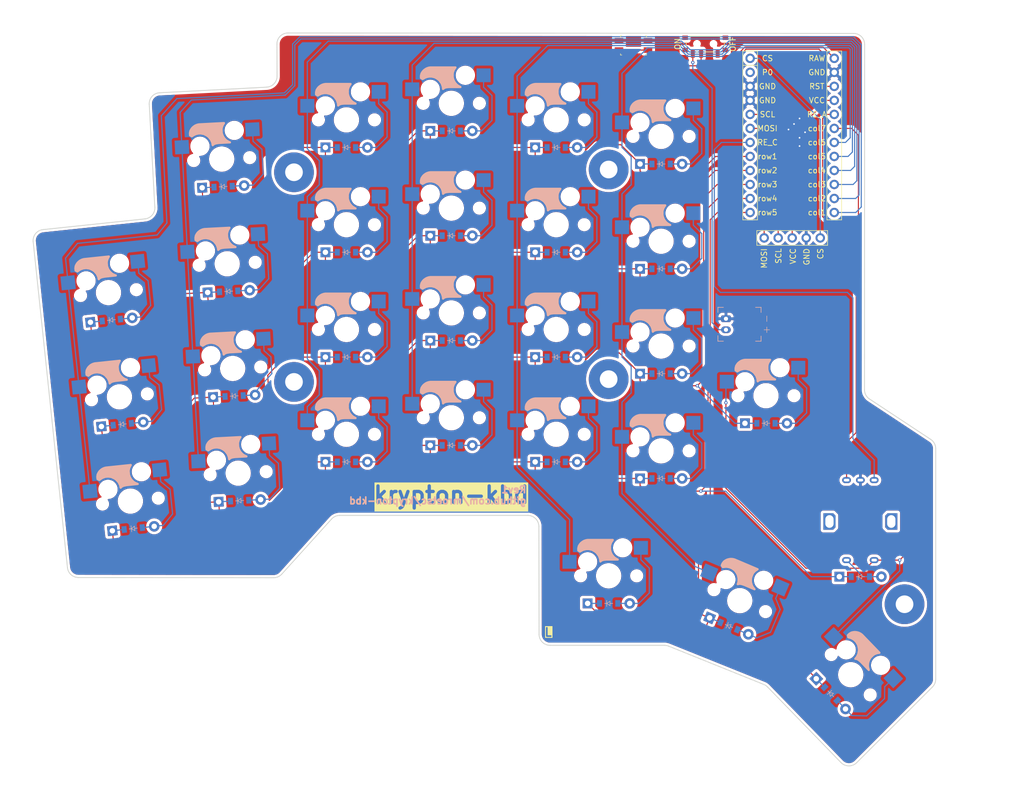
<source format=kicad_pcb>
(kicad_pcb (version 20241229) (generator "pcbnew") (generator_version "9.0")
  (title_block (title "Krypton Left") (date "2025-04-06") (rev "1") (company "mroetsc"))
  (layers (0 "F.Cu" signal) (2 "B.Cu" signal) (13 "F.Paste" user) (15 "B.Paste" user) (5 "F.SilkS" user "F.Silkscreen") (7 "B.SilkS" user "B.Silkscreen") (1 "F.Mask" user) (3 "B.Mask" user) (25 "Edge.Cuts" user))
  (net 0 "")
  (net 1 "col1")
  (net 2 "stretch_bottom")
  (net 3 "GND")
  (net 4 "stretch_home")
  (net 5 "stretch_top")
  (net 6 "col2")
  (net 7 "pinky_bottom")
  (net 8 "pinky_home")
  (net 9 "pinky_top")
  (net 10 "pinky_num")
  (net 11 "col3")
  (net 12 "ring_bottom")
  (net 13 "ring_home")
  (net 14 "ring_top")
  (net 15 "ring_num")
  (net 16 "col4")
  (net 17 "middle_bottom")
  (net 18 "middle_home")
  (net 19 "middle_top")
  (net 20 "middle_num")
  (net 21 "col5")
  (net 22 "index_bottom")
  (net 23 "index_home")
  (net 24 "index_top")
  (net 25 "index_num")
  (net 26 "col6")
  (net 27 "inner_bottom")
  (net 28 "inner_home")
  (net 29 "inner_top")
  (net 30 "inner_num")
  (net 31 "col7")
  (net 32 "brackets_home")
  (net 33 "super_cluster")
  (net 34 "space_cluster")
  (net 35 "layer_cluster")
  (net 36 "row4")
  (net 37 "row3")
  (net 38 "row2")
  (net 39 "row1")
  (net 40 "row5")
  (net 41 "RAW")
  (net 42 "RST")
  (net 43 "VCC")
  (net 44 "RE_A")
  (net 45 "CS")
  (net 46 "P0")
  (net 47 "SCL")
  (net 48 "MOSI")
  (net 49 "RE_C")
  (net 50 "encoder_encoder")
  (net 51 "BAT_P")
  (footprint "ceoloide:rotary_encoder_ec11_ec12" (layer "F.Cu") (at 266.019986 162.800002 180)
    (property "Reference" "RE1" (hide yes))
    (property "Value" "")
  )
  (footprint "ceoloide:mounting_hole_plated" (layer "F.Cu") (at 220.419997 99.000003)
    (property "Reference" "H3" (hide yes))
    (property "Value" "")
  )
  (footprint "ceoloide:mounting_hole_plated" (layer "F.Cu") (at 163.419998 99.500002)
    (property "Reference" "H1" (hide yes))
    (property "Value" "")
  )
  (footprint "ceoloide:reset_switch_smd_side" (layer "F.Cu") (at 224.919994 76.500003)
    (property "Reference" "RST1" (hide yes))
    (property "Value" "")
  )
  (footprint "ceoloide:mcu_nice_nano" (layer "F.Cu") (at 253.669995 91.550002)
    (property "Reference" "MCU1" (hide yes))
    (property "Value" "")
  )
  (footprint "ceoloide:display_nice_view" (layer "F.Cu") (at 253.669991 94.700005)
    (property "Reference" "DISP1" (hide yes))
    (property "Value" "")
  )
  (footprint "ceoloide:mounting_hole_plated" (layer "F.Cu") (at 274.019994 177.800002)
    (property "Reference" "H5" (hide yes))
    (property "Value" "")
  )
  (footprint "ceoloide:power_switch_smd_side" (layer "F.Cu") (at 237.91999 76.250004 90)
    (property "Reference" "PWR1" (hide yes))
    (property "Value" "")
  )
  (footprint "ceoloide:mounting_hole_plated" (layer "F.Cu") (at 220.419994 136.999995)
    (property "Reference" "H4" (hide yes))
    (property "Value" "")
  )
  (footprint "ceoloide:mounting_hole_plated" (layer "F.Cu") (at 163.419988 137.500004)
    (property "Reference" "H2" (hide yes))
    (property "Value" "")
  )
  (footprint "ceoloide:switch_mx" (layer "B.Cu") (at 191.919992 124.999996)
    (property "Reference" "S13" (hide yes))
    (property "Value" "")
  )
  (footprint "ceoloide:switch_mx" (layer "B.Cu") (at 220.419996 172.650005)
    (property "Reference" "S25" (hide yes))
    (property "Value" "")
  )
  (footprint "ceoloide:diode_tht_sod123" (layer "B.Cu") (at 172.92 133.000004)
    (property "Reference" "D9" (hide yes))
    (property "Value" "")
  )
  (footprint "ceoloide:switch_mx" (layer "B.Cu") (at 129.812135 121.312959 6)
    (property "Reference" "S3" (hide yes))
    (property "Value" "")
  )
  (footprint "ceoloide:diode_tht_sod123" (layer "B.Cu") (at 210.919994 95.000008)
    (property "Reference" "D19" (hide yes))
    (property "Value" "")
  )
  (footprint "ceoloide:diode_tht_sod123" (layer "B.Cu") (at 210.919992 132.999993)
    (property "Reference" "D17" (hide yes))
    (property "Value" "")
  )
  (footprint "ceoloide:diode_tht_sod123" (layer "B.Cu") (at 153.573032 159.029031 3)
    (property "Reference" "D4" (hide yes))
    (property "Value" "")
  )
  (footprint "ceoloide:switch_mx" (layer "B.Cu") (at 152.316965 135.061917 3)
    (property "Reference" "S5" (hide yes))
    (property "Value" "")
  )
  (footprint "ceoloide:diode_tht_sod123" (layer "B.Cu") (at 210.919994 113.999999)
    (property "Reference" "D18" (hide yes))
    (property "Value" "")
  )
  (footprint "ceoloide:diode_tht_sod123" (layer "B.Cu") (at 229.919991 136.000001)
    (property "Reference" "D21" (hide yes))
    (property "Value" "")
  )
  (footprint "ceoloide:switch_mx" (layer "B.Cu") (at 153.311349 154.035881 3)
    (property "Reference" "S4" (hide yes))
    (property "Value" "")
  )
  (footprint "ceoloide:switch_mx" (layer "B.Cu") (at 264.273693 190.572136 -46)
    (property "Reference" "S27" (hide yes))
    (property "Value" "")
  )
  (footprint "ceoloide:switch_mx" (layer "B.Cu") (at 191.919994 106)
    (property "Reference" "S14" (hide yes))
    (property "Value" "")
  )
  (footprint "ceoloide:diode_tht_sod123" (layer "B.Cu") (at 191.919995 129.999998)
    (property "Reference" "D13" (hide yes))
    (property "Value" "")
  )
  (footprint "ceoloide:switch_mx" (layer "B.Cu") (at 150.328201 97.114005 3)
    (property "Reference" "S7" (hide yes))
    (property "Value" "")
  )
  (footprint "ceoloide:diode_tht_sod123" (layer "B.Cu") (at 220.419991 177.65)
    (property "Reference" "D25" (hide yes))
    (property "Value" "")
  )
  (footprint "ceoloide:diode_tht_sod123" (layer "B.Cu") (at 172.919989 152)
    (property "Reference" "D8" (hide yes))
    (property "Value" "")
  )
  (footprint "ceoloide:diode_tht_sod123" (layer "B.Cu") (at 260.676996 194.045424 -46)
    (property "Reference" "D27" (hide yes))
    (property "Value" "")
  )
  (footprint "ceoloide:diode_tht_sod123" (layer "B.Cu") (at 191.919993 111.000002)
    (property "Reference" "D14" (hide yes))
    (property "Value" "")
  )
  (footprint "ceoloide:diode_tht_sod123" (layer "B.Cu") (at 248.919991 144.999995)
    (property "Reference" "D24" (hide yes))
    (property "Value" "")
  )
  (footprint "ceoloide:switch_mx" (layer "B.Cu") (at 244.169993 177.150004 -23)
    (property "Reference" "S26" (hide yes))
    (property "Value" "")
  )
  (footprint "ceoloide:switch_mx" (layer "B.Cu") (at 229.919988 149.999999)
    (property "Reference" "S20" (hide yes))
    (property "Value" "")
  )
  (footprint "ceoloide:diode_tht_sod123" (layer "B.Cu") (at 172.919997 114.000004)
    (property "Reference" "D10" (hide yes))
    (property "Value" "")
  )
  (footprint "ceoloide:diode_tht_sod123" (layer "B.Cu") (at 266.019989 172.800004)
    (property "Reference" "D28" (hide yes))
    (property "Value" "")
  )
  (footprint "ceoloide:switch_mx" (layer "B.Cu") (at 191.919991 87.000005)
    (property "Reference" "S15" (hide yes))
    (property "Value" "")
  )
  (footprint "ceoloide:diode_tht_sod123" (layer "B.Cu") (at 134.306866 164.077401 6)
    (property "Reference" "D1" (hide yes))
    (property "Value" "")
  )
  (footprint "ceoloide:switch_mx" (layer "B.Cu") (at 248.919992 140.000007)
    (property "Reference" "S24" (hide yes))
    (property "Value" "")
  )
  (footprint "ceoloide:diode_tht_sod123" (layer "B.Cu") (at 172.91999 95.000003)
    (property "Reference" "D11" (hide yes))
    (property "Value" "")
  )
  (footprint "ceoloide:diode_tht_sod123" (layer "B.Cu") (at 210.919991 152.000008)
    (property "Reference" "D16" (hide yes))
    (property "Value" "")
  )
  (footprint "ceoloide:diode_tht_sod123" (layer "B.Cu") (at 150.589879 102.107146 3)
    (property "Reference" "D7" (hide yes))
    (property "Value" "")
  )
  (footprint "ceoloide:switch_mx" (layer "B.Cu") (at 210.919997 109.000002)
    (property "Reference" "S18" (hide yes))
    (property "Value" "")
  )
  (footprint "ceoloide:battery_connector_jst_ph_2" (layer "B.Cu") (at 241.669994 127.050002 90)
    (property "Reference" "JST1" (hide yes))
    (property "Value" "")
  )
  (footprint "ceoloide:diode_tht_sod123" (layer "B.Cu") (at 191.919988 92.000009)
    (property "Reference" "D15" (hide yes))
    (property "Value" "")
  )
  (footprint "ceoloide:switch_mx" (layer "B.Cu") (at 172.919994 128.000006)
    (property "Reference" "S9" (hide yes))
    (property "Value" "")
  )
  (footprint "ceoloide:switch_mx" (layer "B.Cu") (at 172.919993 146.999999)
    (property "Reference" "S8" (hide yes))
    (property "Value" "")
  )
  (footprint "ceoloide:diode_tht_sod123" (layer "B.Cu") (at 229.919991 117)
    (property "Reference" "D22" (hide yes))
    (property "Value" "")
  )
  (footprint "ceoloide:switch_mx" (layer "B.Cu") (at 172.919993 109.000001)
    (property "Reference" "S10" (hide yes))
    (property "Value" "")
  )
  (footprint "ceoloide:switch_mx" (layer "B.Cu") (at 151.322578 116.087962 3)
    (property "Reference" "S6" (hide yes))
    (property "Value" "")
  )
  (footprint "ceoloide:diode_tht_sod123" (layer "B.Cu") (at 229.919993 98.000003)
    (property "Reference" "D23" (hide yes))
    (property "Value" "")
  )
  (footprint "ceoloide:switch_mx" (layer "B.Cu") (at 229.919994 112.000001)
    (property "Reference" "S22" (hide yes))
    (property "Value" "")
  )
  (footprint "ceoloide:switch_mx" (layer "B.Cu") (at 229.919997 131.000002)
    (property "Reference" "S21" (hide yes))
    (property "Value" "")
  )
  (footprint "ceoloide:switch_mx" (layer "B.Cu") (at 172.919994 90.000009)
    (property "Reference" "S11" (hide yes))
    (property "Value" "")
  )
  (footprint "ceoloide:switch_mx" (layer "B.Cu") (at 229.919989 93.000004)
    (property "Reference" "S23" (hide yes))
    (property "Value" "")
  )
  (footprint "ceoloide:diode_tht_sod123" (layer "B.Cu") (at 130.33478 126.285574 6)
    (property "Reference" "D3" (hide yes))
    (property "Value" "")
  )
  (footprint "ceoloide:switch_mx" (layer "B.Cu") (at 131.798184 140.208874 6)
    (property "Reference" "S2" (hide yes))
    (property "Value" "")
  )
  (footprint "ceoloide:diode_tht_sod123" (layer "B.Cu") (at 132.320825 145.181489 6)
    (property "Reference" "D2" (hide yes))
    (property "Value" "")
  )
  (footprint "ceoloide:diode_tht_sod123" (layer "B.Cu") (at 229.919989 155.000007)
    (property "Reference" "D20" (hide yes))
    (property "Value" "")
  )
  (footprint "ceoloide:switch_mx" (layer "B.Cu") (at 210.919992 147.000003)
    (property "Reference" "S16" (hide yes))
    (property "Value" "")
  )
  (footprint "ceoloide:switch_mx" (layer "B.Cu") (at 210.919988 90.000001)
    (property "Reference" "S19" (hide yes))
    (property "Value" "")
  )
  (footprint "ceoloide:diode_tht_sod123" (layer "B.Cu") (at 242.216337 181.752531 -23)
    (property "Reference" "D26" (hide yes))
    (property "Value" "")
  )
  (footprint "ceoloide:diode_tht_sod123" (layer "B.Cu") (at 152.578648 140.055067 3)
    (property "Reference" "D5" (hide yes))
    (property "Value" "")
  )
  (footprint "ceoloide:diode_tht_sod123" (layer "B.Cu") (at 191.919993 148.999999)
    (property "Reference" "D12" (hide yes))
    (property "Value" "")
  )
  (footprint "ceoloide:diode_tht_sod123" (layer "B.Cu") (at 151.584268 121.081107 3)
    (property "Reference" "D6" (hide yes))
    (property "Value" "")
  )
  (footprint "ceoloide:switch_mx" (layer "B.Cu") (at 133.78422 159.104787 6)
    (property "Reference" "S1" (hide yes))
    (property "Value" "")
  )
  (footprint "ceoloide:switch_mx" (layer "B.Cu") (at 191.91999 143.999997)
    (property "Reference" "S12" (hide yes))
    (property "Value" "")
  )
  (footprint "ceoloide:switch_mx" (layer "B.Cu") (at 210.92 128)
    (property "Reference" "S17" (hide yes))
    (property "Value" "")
  )
  (gr_line (start 267.668181 140.593217) (end 278.772221 147.927051) (stroke (width 0.15)) (layer "Edge.Cuts"))
  (gr_arc (start 138.207916 105.851569) (mid 137.732889 107.257473) (end 136.41991 107.949053) (stroke (width 0.15)) (layer "Edge.Cuts"))
  (gr_line (start 248.527218 192.341803) (end 231.279566 185.394832) (stroke (width 0.15)) (layer "Edge.Cuts"))
  (gr_arc (start 160.355448 82.064196) (mid 159.809347 83.446717) (end 158.460137 84.070533) (stroke (width 0.15)) (layer "Edge.Cuts"))
  (gr_line (start 262.506092 206.493683) (end 249.214954 192.803809) (stroke (width 0.15)) (layer "Edge.Cuts"))
  (gr_line (start 230.532342 185.250001) (end 209.815749 185.250005) (stroke (width 0.15)) (layer "Edge.Cuts"))
  (gr_arc (start 264.795737 74.328501) (mid 266.20924 74.915092) (end 266.794229 76.329263) (stroke (width 0.15)) (layer "Edge.Cuts"))
  (gr_line (start 160.355445 82.064197) (end 160.32912 76.260586) (stroke (width 0.15)) (layer "Edge.Cuts"))
  (gr_arc (start 160.32912 76.260586) (mid 160.912197 74.839956) (end 162.330591 74.251513) (stroke (width 0.15)) (layer "Edge.Cuts"))
  (gr_arc (start 279.669996 191.371575) (mid 279.517756 192.136946) (end 279.0842 192.785789) (stroke (width 0.15)) (layer "Edge.Cuts"))
  (gr_line (start 279.0842 192.785789) (end 265.355262 206.514738) (stroke (width 0.15)) (layer "Edge.Cuts"))
  (gr_arc (start 170.224383 162.359432) (mid 170.896535 161.87227) (end 171.70859 161.700004) (stroke (width 0.15)) (layer "Edge.Cuts"))
  (gr_line (start 159.723776 172.998589) (end 124.368883 172.955046) (stroke (width 0.15)) (layer "Edge.Cuts"))
  (gr_arc (start 124.368883 172.955046) (mid 123.032166 172.440511) (end 122.382297 171.164099) (stroke (width 0.15)) (layer "Edge.Cuts"))
  (gr_line (start 162.330591 74.251513) (end 264.795737 74.328501) (stroke (width 0.15)) (layer "Edge.Cuts"))
  (gr_arc (start 230.532342 185.250001) (mid 230.912907 185.286547) (end 231.279566 185.394832) (stroke (width 0.15)) (layer "Edge.Cuts"))
  (gr_arc (start 205.774243 161.7) (mid 207.186937 162.284293) (end 207.774233 163.695751) (stroke (width 0.15)) (layer "Edge.Cuts"))
  (gr_line (start 170.224383 162.359432) (end 161.210446 172.339162) (stroke (width 0.15)) (layer "Edge.Cuts"))
  (gr_line (start 205.774243 161.7) (end 171.70859 161.700004) (stroke (width 0.15)) (layer "Edge.Cuts"))
  (gr_line (start 279.669989 149.595912) (end 279.669996 191.371575) (stroke (width 0.15)) (layer "Edge.Cuts"))
  (gr_line (start 139.087061 85.085826) (end 158.460137 84.070533) (stroke (width 0.15)) (layer "Edge.Cuts"))
  (gr_line (start 122.382297 171.164099) (end 116.173165 112.088086) (stroke (width 0.15)) (layer "Edge.Cuts"))
  (gr_arc (start 116.173165 112.088086) (mid 116.607902 110.620359) (end 117.953155 109.889982) (stroke (width 0.15)) (layer "Edge.Cuts"))
  (gr_arc (start 267.668181 140.593217) (mid 267.008931 139.871526) (end 266.770406 138.923598) (stroke (width 0.15)) (layer "Edge.Cuts"))
  (gr_arc (start 161.210446 172.339162) (mid 160.537167 172.826818) (end 159.723776 172.998589) (stroke (width 0.15)) (layer "Edge.Cuts"))
  (gr_arc (start 137.19468 87.191532) (mid 137.704184 85.746237) (end 139.087061 85.085826) (stroke (width 0.15)) (layer "Edge.Cuts"))
  (gr_arc (start 278.772221 147.927051) (mid 279.431308 148.648402) (end 279.669989 149.595912) (stroke (width 0.15)) (layer "Edge.Cuts"))
  (gr_arc (start 209.815749 185.250005) (mid 208.403017 184.665728) (end 207.815758 183.25425) (stroke (width 0.15)) (layer "Edge.Cuts"))
  (gr_arc (start 248.527218 192.341803) (mid 248.895275 192.536799) (end 249.214954 192.803809) (stroke (width 0.15)) (layer "Edge.Cuts"))
  (gr_line (start 266.794229 76.329263) (end 266.770406 138.923598) (stroke (width 0.15)) (layer "Edge.Cuts"))
  (gr_arc (start 265.355262 206.514738) (mid 263.926263 207.100478) (end 262.506091 206.493686) (stroke (width 0.15)) (layer "Edge.Cuts"))
  (gr_line (start 138.207916 105.851569) (end 137.19468 87.191532) (stroke (width 0.15)) (layer "Edge.Cuts"))
  (gr_line (start 117.953155 109.889982) (end 136.41991 107.949053) (stroke (width 0.15)) (layer "Edge.Cuts"))
  (gr_line (start 207.815758 183.25425) (end 207.774233 163.695751) (stroke (width 0.15)) (layer "Edge.Cuts"))
  (gr_text "krypton-kbd" (at 191.919994 158.000006 0) (layer "F.SilkS" knockout) (effects (font (size 3 3) (thickness 0.6) (bold yes))))
  (gr_text "L" (at 208.664065 183.774326 0) (layer "F.SilkS" knockout) (effects (font (size 1.5 1.5) (thickness 0.3) (bold yes)) (justify left bottom)))
  (gr_text "Rev1\ngithub.com/mroetsc/krypton-kbd" (at 205.664065 159.774326 0) (layer "B.SilkS") (effects (font (size 1.25 1.25) (thickness 0.3) (bold yes)) (justify left bottom mirror)))
  (segment (start 139.386624 89.263151) (end 140.404042 108.676618) (width 0.2) (layer "B.Cu") (net 1))
  (segment (start 124.203486 112.390381) (end 122.032133 115.071778) (width 0.2) (layer "B.Cu") (net 1))
  (segment (start 164.486568 74.929094) (end 163.164065 76.251597) (width 0.2) (layer "B.Cu") (net 1))
  (segment (start 124.486494 138.423372) (end 126.472535 157.319293) (width 0.2) (layer "B.Cu") (net 1))
  (segment (start 266.182017 105.793936) (end 266.193053 76.792125) (width 0.2) (layer "B.Cu") (net 1))
  (segment (start 163.164065 83.627063) (end 161.674886 85.116242) (width 0.2) (layer "B.Cu") (net 1))
  (segment (start 140.404042 108.676618) (end 138.624056 110.874719) (width 0.2) (layer "B.Cu") (net 1))
  (segment (start 163.164065 76.251597) (end 163.164065 83.627063) (width 0.2) (layer "B.Cu") (net 1))
  (segment (start 142.20161 86.136794) (end 139.386624 89.263151) (width 0.2) (layer "B.Cu") (net 1))
  (segment (start 265.18595 106.79) (end 266.182017 105.793936) (width 0.2) (layer "B.Cu") (net 1))
  (segment (start 266.193055 76.365265) (end 264.756883 74.929094) (width 0.2) (layer "B.Cu") (net 1))
  (segment (start 266.193053 76.792125) (end 266.193055 76.365265) (width 0.2) (layer "B.Cu") (net 1))
  (segment (start 261.289992 106.790001) (end 265.18595 106.79) (width 0.2) (layer "B.Cu") (net 1))
  (segment (start 122.032133 115.071778) (end 122.500444 119.527456) (width 0.2) (layer "B.Cu") (net 1))
  (segment (start 122.500452 119.527462) (end 124.486494 138.423372) (width 0.2) (layer "B.Cu") (net 1))
  (segment (start 138.624056 110.874719) (end 124.203486 112.390381) (width 0.2) (layer "B.Cu") (net 1))
  (segment (start 161.674886 85.116242) (end 142.20161 86.136794) (width 0.2) (layer "B.Cu") (net 1))
  (segment (start 264.756883 74.929094) (end 164.486568 74.929094) (width 0.2) (layer "B.Cu") (net 1))
  (segment (start 138.09599 163.679145) (end 139.745922 163.505733) (width 0.2) (layer "B.Cu") (net 2))
  (segment (start 139.289262 155.592684) (end 139.063212 153.441967) (width 0.2) (layer "B.Cu") (net 2))
  (segment (start 140.962272 156.947452) (end 139.289262 155.592684) (width 0.2) (layer "B.Cu") (net 2))
  (segment (start 135.947828 163.904931) (end 138.09599 163.679145) (width 0.2) (layer "B.Cu") (net 2))
  (segment (start 139.745922 163.505733) (end 141.432648 161.422803) (width 0.2) (layer "B.Cu") (net 2))
  (segment (start 141.432648 161.422803) (end 140.962272 156.947452) (width 0.2) (layer "B.Cu") (net 2))
  (via (at 255 93.25) (size 0.6) (drill 0.3) (layers "F.Cu" "B.Cu") (net 3))
  (via (at 255 89.75) (size 0.6) (drill 0.3) (layers "F.Cu" "B.Cu") (net 3))
  (via (at 253 91.75) (size 0.6) (drill 0.3) (layers "F.Cu" "B.Cu") (net 3))
  (via (at 254 90.75) (size 0.6) (drill 0.3) (layers "F.Cu" "B.Cu") (net 3))
  (via (at 255 94.75) (size 0.6) (drill 0.3) (layers "F.Cu" "B.Cu") (net 3))
  (via (at 256 92.25) (size 0.6) (drill 0.3) (layers "F.Cu" "B.Cu") (net 3))
  (segment (start 139.446612 142.526879) (end 138.976233 138.051538) (width 0.2) (layer "B.Cu") (net 4))
  (segment (start 137.303224 136.696761) (end 137.077172 134.546053) (width 0.2) (layer "B.Cu") (net 4))
  (segment (start 136.109949 144.78323) (end 137.75989 144.609813) (width 0.2) (layer "B.Cu") (net 4))
  (segment (start 138.976233 138.051538) (end 137.303224 136.696761) (width 0.2) (layer "B.Cu") (net 4))
  (segment (start 133.961787 145.009011) (end 136.109949 144.78323) (width 0.2) (layer "B.Cu") (net 4))
  (segment (start 137.75989 144.609813) (end 139.446612 142.526879) (width 0.2) (layer "B.Cu") (net 4))
  (segment (start 137.460568 123.630968) (end 136.990186 119.155621) (width 0.2) (layer "B.Cu") (net 5))
  (segment (start 135.317185 117.800842) (end 135.091139 115.650132) (width 0.2) (layer "B.Cu") (net 5))
  (segment (start 135.773844 125.713892) (end 137.460568 123.630968) (width 0.2) (layer "B.Cu") (net 5))
  (segment (start 131.975745 126.113098) (end 134.123914 125.887314) (width 0.2) (layer "B.Cu") (net 5))
  (segment (start 136.990186 119.155621) (end 135.317185 117.800842) (width 0.2) (layer "B.Cu") (net 5))
  (segment (start 134.123914 125.887314) (end 135.773844 125.713892) (width 0.2) (layer "B.Cu") (net 5))
  (segment (start 264.590783 75.330094) (end 260.121726 75.330095) (width 0.2) (layer "B.Cu") (net 6))
  (segment (start 163.565065 76.429095) (end 163.565065 83.793163) (width 0.2) (layer "B.Cu") (net 6))
  (segment (start 161.664065 85.51836) (end 144.818036 86.401222) (width 0.2) (layer "B.Cu") (net 6))
  (segment (start 143.119972 94.948283) (end 144.114363 113.922239) (width 0.2) (layer "B.Cu") (net 6))
  (segment (start 144.818036 86.401222) (end 142.790081 88.653494) (width 0.2) (layer "B.Cu") (net 6))
  (segment (start 261.289994 104.250003) (end 265.16566 104.250001) (width 0.2) (layer "B.Cu") (net 6))
  (segment (start 142.790081 88.653494) (end 143.119978 94.948287) (width 0.2) (layer "B.Cu") (net 6))
  (segment (start 265.16566 104.250001) (end 265.781838 103.633823) (width 0.2) (layer "B.Cu") (net 6))
  (segment (start 265.792054 76.791398) (end 265.792056 76.551919) (width 0.2) (layer "B.Cu") (net 6))
  (segment (start 145.108743 132.896201) (end 146.103124 151.870162) (width 0.2) (layer "B.Cu") (net 6))
  (segment (start 164.664065 75.330095) (end 163.565065 76.429095) (width 0.2) (layer "B.Cu") (net 6))
  (segment (start 144.114363 113.922239) (end 145.108743 132.896201) (width 0.2) (layer "B.Cu") (net 6))
  (segment (start 265.792056 76.551919) (end 265.781779 76.541644) (width 0.2) (layer "B.Cu") (net 6))
  (segment (start 260.121726 75.330095) (end 164.664065 75.330095) (width 0.2) (layer "B.Cu") (net 6))
  (segment (start 265.792054 76.531366) (end 264.590783 75.330094) (width 0.2) (layer "B.Cu") (net 6))
  (segment (start 163.565065 83.793163) (end 161.839868 85.51836) (width 0.2) (layer "B.Cu") (net 6))
  (segment (start 161.839868 85.51836) (end 161.664065 85.51836) (width 0.2) (layer "B.Cu") (net 6))
  (segment (start 265.781838 103.633823) (end 265.792054 76.791398) (width 0.2) (layer "B.Cu") (net 6))
  (segment (start 157.377813 158.829629) (end 159.034557 158.742805) (width 0.2) (layer "B.Cu") (net 7))
  (segment (start 160.592464 152.257167) (end 158.992659 150.816693) (width 0.2) (layer "B.Cu") (net 7))
  (segment (start 158.992659 150.816693) (end 158.879478 148.657089) (width 0.2) (layer "B.Cu") (net 7))
  (segment (start 160.827981 156.751001) (end 160.592464 152.257167) (width 0.2) (layer "B.Cu") (net 7))
  (segment (start 159.034557 158.742805) (end 160.827981 156.751001) (width 0.2) (layer "B.Cu") (net 7))
  (segment (start 155.220771 158.942678) (end 157.377813 158.829629) (width 0.2) (layer "B.Cu") (net 7))
  (segment (start 159.402401 135.999968) (end 156.358526 139.380534) (width 0.2) (layer "B.Cu") (net 8))
  (segment (start 156.358526 139.380534) (end 156.383428 139.855666) (width 0.2) (layer "B.Cu") (net 8))
  (segment (start 154.226386 139.96871) (end 156.383424 139.855668) (width 0.2) (layer "B.Cu") (net 8))
  (segment (start 157.885094 129.683137) (end 157.998268 131.84273) (width 0.2) (layer "B.Cu") (net 8))
  (segment (start 159.243279 132.963744) (end 159.402401 135.999968) (width 0.2) (layer "B.Cu") (net 8))
  (segment (start 157.998268 131.84273) (end 159.243279 132.963744) (width 0.2) (layer "B.Cu") (net 8))
  (segment (start 158.839218 118.803082) (end 158.603699 114.309244) (width 0.2) (layer "B.Cu") (net 9))
  (segment (start 157.045792 120.794879) (end 158.839218 118.803082) (width 0.2) (layer "B.Cu") (net 9))
  (segment (start 157.00389 112.868769) (end 156.890707 110.709177) (width 0.2) (layer "B.Cu") (net 9))
  (segment (start 153.232 120.994755) (end 155.389037 120.881704) (width 0.2) (layer "B.Cu") (net 9))
  (segment (start 155.389037 120.881704) (end 157.045792 120.794879) (width 0.2) (layer "B.Cu") (net 9))
  (segment (start 158.603699 114.309244) (end 157.00389 112.868769) (width 0.2) (layer "B.Cu") (net 9))
  (segment (start 156.051405 101.820918) (end 157.844829 99.829119) (width 0.2) (layer "B.Cu") (net 10))
  (segment (start 154.394661 101.907744) (end 156.051405 101.820918) (width 0.2) (layer "B.Cu") (net 10))
  (segment (start 157.844829 99.829119) (end 157.609316 95.335284) (width 0.2) (layer "B.Cu") (net 10))
  (segment (start 157.609316 95.335284) (end 156.009507 93.894805) (width 0.2) (layer "B.Cu") (net 10))
  (segment (start 156.009507 93.894805) (end 155.896327 91.735218) (width 0.2) (layer "B.Cu") (net 10))
  (segment (start 152.237622 102.020791) (end 154.394661 101.907744) (width 0.2) (layer "B.Cu") (net 10))
  (segment (start 264.424682 75.731093) (end 242.184569 75.731094) (width 0.2) (layer "B.Cu") (net 11))
  (segment (start 168 139.834998) (end 165.834998 142) (width 0.2) (layer "B.Cu") (net 11))
  (segment (start 168 135.5) (end 168 139.834998) (width 0.2) (layer "B.Cu") (net 11))
  (segment (start 261.289993 101.710003) (end 264.705659 101.710001) (width 0.2) (layer "B.Cu") (net 11))
  (segment (start 168 101.75) (end 168 97.415002) (width 0.2) (layer "B.Cu") (net 11))
  (segment (start 169.621727 75.731095) (end 165.834995 79.517824) (width 0.2) (layer "B.Cu") (net 11))
  (segment (start 165.834994 95.249988) (end 165.834994 87.460009) (width 0.2) (layer "B.Cu") (net 11))
  (segment (start 235.18457 77.293939) (end 233.621724 75.731094) (width 0.2) (layer "B.Cu") (net 11))
  (segment (start 240.621723 77.293937) (end 235.18457 77.293939) (width 0.2) (layer "B.Cu") (net 11))
  (segment (start 233.621724 75.731094) (end 169.621727 75.731095) (width 0.2) (layer "B.Cu") (net 11))
  (segment (start 165.83499 95.249992) (end 165.834994 95.249988) (width 0.2) (layer "B.Cu") (net 11))
  (segment (start 265.380777 101.034885) (end 265.380776 76.687188) (width 0.2) (layer "B.Cu") (net 11))
  (segment (start 165.834998 142) (end 165.834995 144.460002) (width 0.2) (layer "B.Cu") (net 11))
  (segment (start 165.834993 106.460001) (end 165.834993 103.915007) (width 0.2) (layer "B.Cu") (net 11))
  (segment (start 165.83499 125.460002) (end 165.83499 133.33499) (width 0.2) (layer "B.Cu") (net 11))
  (segment (start 242.184569 75.731094) (end 240.621723 77.293937) (width 0.2) (layer "B.Cu") (net 11))
  (segment (start 165.834993 103.915007) (end 168 101.75) (width 0.2) (layer "B.Cu") (net 11))
  (segment (start 264.705659 101.710001) (end 265.380777 101.034885) (width 0.2) (layer "B.Cu") (net 11))
  (segment (start 265.380776 76.687188) (end 264.424682 75.731093) (width 0.2) (layer "B.Cu") (net 11))
  (segment (start 165.83499 133.33499) (end 168 135.5) (width 0.2) (layer "B.Cu") (net 11))
  (segment (start 168 97.415002) (end 165.83499 95.249992) (width 0.2) (layer "B.Cu") (net 11))
  (segment (start 165.834995 79.517824) (end 165.834993 87.460008) (width 0.2) (layer "B.Cu") (net 11))
  (segment (start 165.834995 106.459997) (end 165.83499 125.460002) (width 0.2) (layer "B.Cu") (net 11))
  (segment (start 178.389017 152.000003) (end 180.284227 150.104791) (width 0.2) (layer "B.Cu") (net 12))
  (segment (start 178.761992 144.082562) (end 178.761992 141.919996) (width 0.2) (layer "B.Cu") (net 12))
  (segment (start 176.729995 152.000002) (end 178.389017 152.000003) (width 0.2) (layer "B.Cu") (net 12))
  (segment (start 180.284227 150.104791) (end 180.284228 145.604789) (width 0.2) (layer "B.Cu") (net 12))
  (segment (start 174.569994 152) (end 176.729995 152.000002) (width 0.2) (layer "B.Cu") (net 12))
  (segment (start 180.284228 145.604789) (end 178.761992 144.082562) (width 0.2) (layer "B.Cu") (net 12))
  (segment (start 178.761994 125.082559) (end 178.761997 122.920004) (width 0.2) (layer "B.Cu") (net 13))
  (segment (start 180.284226 131.104793) (end 180.284224 126.60479) (width 0.2) (layer "B.Cu") (net 13))
  (segment (start 178.38901 133.000001) (end 180.284226 131.104793) (width 0.2) (layer "B.Cu") (net 13))
  (segment (start 180.284224 126.60479) (end 178.761994 125.082559) (width 0.2) (layer "B.Cu") (net 13))
  (segment (start 176.729987 133.000004) (end 178.38901 133.000001) (width 0.2) (layer "B.Cu") (net 13))
  (segment (start 174.569994 133.000002) (end 176.729987 133.000004) (width 0.2) (layer "B.Cu") (net 13))
  (segment (start 174.569988 114.000005) (end 176.729994 114.000004) (width 0.2) (layer "B.Cu") (net 14))
  (segment (start 178.761996 106.082562) (end 178.761993 103.920002) (width 0.2) (layer "B.Cu") (net 14))
  (segment (start 180.284216 112.104788) (end 180.28422 107.604792) (width 0.2) (layer "B.Cu") (net 14))
  (segment (start 180.28422 107.604792) (end 178.761996 106.082562) (width 0.2) (layer "B.Cu") (net 14))
  (segment (start 176.729994 114.000004) (end 178.389014 114.000005) (width 0.2) (layer "B.Cu") (net 14))
  (segment (start 178.389014 114.000005) (end 180.284216 112.104788) (width 0.2) (layer "B.Cu") (net 14))
  (segment (start 174.569997 95.000008) (end 176.729999 95.000002) (width 0.2) (layer "B.Cu") (net 15))
  (segment (start 178.761992 87.08256) (end 178.761991 84.920005) (width 0.2) (layer "B.Cu") (net 15))
  (segment (start 180.284226 88.604794) (end 178.761992 87.08256) (width 0.2) (layer "B.Cu") (net 15))
  (segment (start 176.729999 95.000002) (end 178.389016 94.999996) (width 0.2) (layer "B.Cu") (net 15))
  (segment (start 178.389016 94.999996) (end 180.284223 93.104787) (width 0.2) (layer "B.Cu") (net 15))
  (segment (start 180.284223 93.104787) (end 180.284226 88.604794) (width 0.2) (layer "B.Cu") (net 15))
  (segment (start 234.783568 77.460036) (end 234.617467 77.293937) (width 0.2) (layer "B.Cu") (net 16))
  (segment (start 264.258584 76.132092) (end 242.350668 76.132094) (width 0.2) (layer "B.Cu") (net 16))
  (segment (start 240.787825 77.694937) (end 240.455627 77.694937) (width 0.2) (layer "B.Cu") (net 16))
  (segment (start 264.245661 99.170003) (end 264.979778 98.435886) (width 0.2) (layer "B.Cu") (net 16))
  (segment (start 234.617467 77.293937) (end 233.455628 76.132094) (width 0.2) (layer "B.Cu") (net 16))
  (segment (start 233.455628 76.132094) (end 188.783568 76.132096) (width 0.2) (layer "B.Cu") (net 16))
  (segment (start 184.834992 84.460003) (end 184.834992 103.460005) (width 0.2) (layer "B.Cu") (net 16))
  (segment (start 241.022725 77.460038) (end 240.787825 77.694937) (width 0.2) (layer "B.Cu") (net 16))
  (segment (start 264.979778 98.435886) (end 264.979779 76.853292) (width 0.2) (layer "B.Cu") (net 16))
  (segment (start 235.018468 77.694939) (end 234.783568 77.460036) (width 0.2) (layer "B.Cu") (net 16))
  (segment (start 184.834992 103.460005) (end 184.834994 122.460002) (width 0.2) (layer "B.Cu") (net 16))
  (segment (start 240.455627 77.694937) (end 235.350669 77.694936) (width 0.2) (layer "B.Cu") (net 16))
  (segment (start 184.834994 122.460002) (end 184.834996 141.460007) (width 0.2) (layer "B.Cu") (net 16))
  (segment (start 184.834989 80.080675) (end 184.834988 84.460005) (width 0.2) (layer "B.Cu") (net 16))
  (segment (start 242.350668 76.132094) (end 241.188824 77.293936) (width 0.2) (layer "B.Cu") (net 16))
  (segment (start 188.783568 76.132096) (end 184.834989 80.080675) (width 0.2) (layer "B.Cu") (net 16))
  (segment (start 241.188824 77.293936) (end 241.022725 77.460038) (width 0.2) (layer "B.Cu") (net 16))
  (segment (start 261.289995 99.170004) (end 264.245661 99.170003) (width 0.2) (layer "B.Cu") (net 16))
  (segment (start 264.979779 76.853292) (end 264.258584 76.132092) (width 0.2) (layer "B.Cu") (net 16))
  (segment (start 235.350669 77.694936) (end 235.018468 77.694939) (width 0.2) (layer "B.Cu") (net 16))
  (segment (start 197.389008 149) (end 199.284225 147.104789) (width 0.2) (layer "B.Cu") (net 17))
  (segment (start 199.284225 147.104789) (end 199.28422 142.604794) (width 0.2) (layer "B.Cu") (net 17))
  (segment (start 197.761992 141.082563) (end 197.761994 138.920004) (width 0.2) (layer "B.Cu") (net 17))
  (segment (start 199.28422 142.604794) (end 197.761992 141.082563) (width 0.2) (layer "B.Cu") (net 17))
  (segment (start 193.569998 149.000004) (end 195.729998 148.999998) (width 0.2) (layer "B.Cu") (net 17))
  (segment (start 195.729998 148.999998) (end 197.389008 149) (width 0.2) (layer "B.Cu") (net 17))
  (segment (start 197.389016 129.999999) (end 199.284224 128.104796) (width 0.2) (layer "B.Cu") (net 18))
  (segment (start 199.284218 123.604791) (end 197.761992 122.082566) (width 0.2) (layer "B.Cu") (net 18))
  (segment (start 197.761992 122.082566) (end 197.761997 119.920002) (width 0.2) (layer "B.Cu") (net 18))
  (segment (start 195.729995 129.999997) (end 197.389016 129.999999) (width 0.2) (layer "B.Cu") (net 18))
  (segment (start 193.569994 130.000005) (end 195.729995 129.999997) (width 0.2) (layer "B.Cu") (net 18))
  (segment (start 199.284224 128.104796) (end 199.284218 123.604791) (width 0.2) (layer "B.Cu") (net 18))
  (segment (start 199.284224 109.104791) (end 199.284221 104.604794) (width 0.2) (layer "B.Cu") (net 19))
  (segment (start 195.729994 111.000001) (end 197.389015 111.000002) (width 0.2) (layer "B.Cu") (net 19))
  (segment (start 197.389015 111.000002) (end 199.284224 109.104791) (width 0.2) (layer "B.Cu") (net 19))
  (segment (start 199.284221 104.604794) (end 197.761991 103.082562) (width 0.2) (layer "B.Cu") (net 19))
  (segment (start 193.569991 111.000001) (end 195.729994 111.000001) (width 0.2) (layer "B.Cu") (net 19))
  (segment (start 197.761991 103.082562) (end 197.761995 100.920008) (width 0.2) (layer "B.Cu") (net 19))
  (segment (start 193.569993 92.000001) (end 195.72999 92.000006) (width 0.2) (layer "B.Cu") (net 20))
  (segment (start 197.761996 84.082557) (end 197.761995 81.920002) (width 0.2) (layer "B.Cu") (net 20))
  (segment (start 199.284225 90.104792) (end 199.284231 85.604793) (width 0.2) (layer "B.Cu") (net 20))
  (segment (start 197.389011 92.000004) (end 199.284225 90.104792) (width 0.2) (layer "B.Cu") (net 20))
  (segment (start 199.284231 85.604793) (end 197.761996 84.082557) (width 0.2) (layer "B.Cu") (net 20))
  (segment (start 195.72999 92.000006) (end 197.389011 92.000004) (width 0.2) (layer "B.Cu") (net 20))
  (segment (start 203.834988 87.46) (end 203.834993 106.459999) (width 0.2) (layer "B.Cu") (net 21))
  (segment (start 241.188827 77.861036) (end 240.953925 78.095938) (width 0.2) (layer "B.Cu") (net 21))
  (segment (start 242.516771 76.533094) (end 241.589826 77.460037) (width 0.2) (layer "B.Cu") (net 21))
  (segment (start 234.451368 77.694936) (end 234.382568 77.626136) (width 0.2) (layer "B.Cu") (net 21))
  (segment (start 241.354927 77.694937) (end 241.255927 77.793939) (width 0.2) (layer "B.Cu") (net 21))
  (segment (start 261.289993 96.630001) (end 263.785661 96.630002) (width 0.2) (layer "B.Cu") (net 21))
  (segment (start 203.834993 106.459999) (end 203.834997 125.460004) (width 0.2) (layer "B.Cu") (net 21))
  (segment (start 203.834989 144.460008) (end 203.834989 152.968652) (width 0.2) (layer "B.Cu") (net 21))
  (segment (start 240.621726 78.095936) (end 240.289525 78.095938) (width 0.2) (layer "B.Cu") (net 21))
  (segment (start 234.382568 77.626136) (end 234.216468 77.460038) (width 0.2) (layer "B.Cu") (net 21))
  (segment (start 203.834988 82.080674) (end 203.834985 87.460002) (width 0.2) (layer "B.Cu") (net 21))
  (segment (start 264.578777 77.019388) (end 264.09248 76.533095) (width 0.2) (layer "B.Cu") (net 21))
  (segment (start 213.334992 162.468652) (end 213.334992 170.110002) (width 0.2) (layer "B.Cu") (net 21))
  (segment (start 234.852369 78.095937) (end 234.61747 77.861036) (width 0.2) (layer "B.Cu") (net 21))
  (segment (start 240.953925 78.095938) (end 240.621726 78.095936) (width 0.2) (layer "B.Cu") (net 21))
  (segment (start 241.589826 77.460037) (end 241.423727 77.626137) (width 0.2) (layer "B.Cu") (net 21))
  (segment (start 235.184569 78.095937) (end 234.852369 78.095937) (width 0.2) (layer "B.Cu") (net 21))
  (segment (start 203.834997 125.460004) (end 203.834992 144.460006) (width 0.2) (layer "B.Cu") (net 21))
  (segment (start 233.289525 76.533094) (end 209.38257 76.533093) (width 0.2) (layer "B.Cu") (net 21))
  (segment (start 209.38257 76.533093) (end 203.834988 82.080674) (width 0.2) (layer "B.Cu") (net 21))
  (segment (start 234.61747 77.861036) (end 234.550368 77.793936) (width 0.2) (layer "B.Cu") (net 21))
  (segment (start 240.289525 78.095938) (end 235.516768 78.095936) (width 0.2) (layer "B.Cu") (net 21))
  (segment (start 241.255927 77.793939) (end 241.188827 77.861036) (width 0.2) (layer "B.Cu") (net 21))
  (segment (start 203.834989 152.968652) (end 213.334992 162.468652) (width 0.2) (layer "B.Cu") (net 21))
  (segment (start 264.09248 76.533095) (end 242.516771 76.533094) (width 0.2) (layer "B.Cu") (net 21))
  (segment (start 264.578776 95.836882) (end 264.578777 77.019388) (width 0.2) (layer "B.Cu") (net 21))
  (segment (start 263.785661 96.630002) (end 264.578776 95.836882) (width 0.2) (layer "B.Cu") (net 21))
  (segment (start 234.216468 77.460038) (end 233.289525 76.533094) (width 0.2) (layer "B.Cu") (net 21))
  (segment (start 241.423727 77.626137) (end 241.354927 77.694937) (width 0.2) (layer "B.Cu") (net 21))
  (segment (start 235.516768 78.095936) (end 235.184569 78.095937) (width 0.2) (layer "B.Cu") (net 21))
  (segment (start 234.550368 77.793936) (end 234.451368 77.694936) (width 0.2) (layer "B.Cu") (net 21))
  (segment (start 214.729993 152.000002) (end 216.38901 152.000002) (width 0.2) (layer "B.Cu") (net 22))
  (segment (start 212.569996 152.000007) (end 214.729993 152.000002) (width 0.2) (layer "B.Cu") (net 22))
  (segment (start 218.284221 150.10479) (end 218.284221 145.604794) (width 0.2) (layer "B.Cu") (net 22))
  (segment (start 218.284221 145.604794) (end 216.761993 144.082563) (width 0.2) (layer "B.Cu") (net 22))
  (segment (start 216.38901 152.000002) (end 218.284221 150.10479) (width 0.2) (layer "B.Cu") (net 22))
  (segment (start 216.761993 144.082563) (end 216.76199 141.920005) (width 0.2) (layer "B.Cu") (net 22))
  (segment (start 212.569994 132.999999) (end 214.729991 132.999999) (width 0.2) (layer "B.Cu") (net 23))
  (segment (start 216.389015 133.000004) (end 218.284221 131.104789) (width 0.2) (layer "B.Cu") (net 23))
  (segment (start 216.761991 125.082564) (end 216.76199 122.920005) (width 0.2) (layer "B.Cu") (net 23))
  (segment (start 218.284221 126.604792) (end 216.761991 125.082564) (width 0.2) (layer "B.Cu") (net 23))
  (segment (start 214.729991 132.999999) (end 216.389015 133.000004) (width 0.2) (layer "B.Cu") (net 23))
  (segment (start 218.284221 131.104789) (end 218.284221 126.604792) (width 0.2) (layer "B.Cu") (net 23))
  (segment (start 216.761991 106.082557) (end 216.761991 103.920002) (width 0.2) (layer "B.Cu") (net 24))
  (segment (start 216.389012 114.000005) (end 218.284226 112.104788) (width 0.2) (layer "B.Cu") (net 24))
  (segment (start 214.729992 114.000003) (end 216.389012 114.000005) (width 0.2) (layer "B.Cu") (net 24))
  (segment (start 218.284226 112.104788) (end 218.284219 107.604797) (width 0.2) (layer "B.Cu") (net 24))
  (segment (start 212.569992 113.999999) (end 214.729992 114.000003) (width 0.2) (layer "B.Cu") (net 24))
  (segment (start 218.284219 107.604797) (end 216.761991 106.082557) (width 0.2) (layer "B.Cu") (net 24))
  (segment (start 216.389015 95.000006) (end 218.284223 93.104792) (width 0.2) (layer "B.Cu") (net 25))
  (segment (start 218.284223 93.104792) (end 218.284227 88.604794) (width 0.2) (layer "B.Cu") (net 25))
  (segment (start 218.284227 88.604794) (end 216.761994 87.082559) (width 0.2) (layer "B.Cu") (net 25))
  (segment (start 212.569993 95.000002) (end 214.729988 95.000002) (width 0.2) (layer "B.Cu") (net 25))
  (segment (start 216.761994 87.082559) (end 216.761993 84.92) (width 0.2) (layer "B.Cu") (net 25))
  (segment (start 214.729988 95.000002) (end 216.389015 95.000006) (width 0.2) (layer "B.Cu") (net 25))
  (segment (start 238.640673 172.043592) (end 236.033847 170.937065) (width 0.2) (layer "B.Cu") (net 26))
  (segment (start 241.656927 77.960038) (end 241.755927 77.861039) (width 0.2) (layer "B.Cu") (net 26))
  (segment (start 222.834992 95) (end 224.5 96.665008) (width 0.2) (layer "B.Cu") (net 26))
  (segment (start 233.121727 76.934093) (end 233.981569 77.793938) (width 0.2) (layer "B.Cu") (net 26))
  (segment (start 240.123424 78.496939) (end 240.455626 78.496938) (width 0.2) (layer "B.Cu") (net 26))
  (segment (start 233.981569 77.793938) (end 233.983268 77.793935) (width 0.2) (layer "B.Cu") (net 26))
  (segment (start 241.990826 77.626137) (end 242.682868 76.934094) (width 0.2) (layer "B.Cu") (net 26))
  (segment (start 234.45137 78.262037) (end 234.686268 78.496936) (width 0.2) (layer "B.Cu") (net 26))
  (segment (start 264.177777 93.237884) (end 263.325662 94.090002) (width 0.2) (layer "B.Cu") (net 26))
  (segment (start 241.755927 77.861039) (end 241.823025 77.793936) (width 0.2) (layer "B.Cu") (net 26))
  (segment (start 234.050366 77.861039) (end 234.149367 77.960037) (width 0.2) (layer "B.Cu") (net 26))
  (segment (start 241.823025 77.793936) (end 241.824724 77.792238) (width 0.2) (layer "B.Cu") (net 26))
  (segment (start 234.28527 78.095938) (end 234.384268 78.194935) (width 0.2) (layer "B.Cu") (net 26))
  (segment (start 241.589825 78.027136) (end 241.656927 77.960038) (width 0.2) (layer "B.Cu") (net 26))
  (segment (start 224.5 139.5) (end 222.834991 141.165009) (width 0.2) (layer "B.Cu") (net 26))
  (segment (start 222.834989 81.580675) (end 227.48157 76.934094) (width 0.2) (layer "B.Cu") (net 26))
  (segment (start 234.216469 78.027137) (end 234.28527 78.095938) (width 0.2) (layer "B.Cu") (net 26))
  (segment (start 242.682868 76.934094) (end 263.926382 76.934094) (width 0.2) (layer "B.Cu") (net 26))
  (segment (start 224.5 134.665007) (end 224.5 139.5) (width 0.2) (layer "B.Cu") (net 26))
  (segment (start 235.018469 78.496937) (end 235.350669 78.496937) (width 0.2) (layer "B.Cu") (net 26))
  (segment (start 233.983268 77.793935) (end 234.050366 77.861039) (width 0.2) (layer "B.Cu") (net 26))
  (segment (start 241.521025 78.095937) (end 241.589825 78.027136) (width 0.2) (layer "B.Cu") (net 26))
  (segment (start 235.350669 78.496937) (end 235.682869 78.496935) (width 0.2) (layer "B.Cu") (net 26))
  (segment (start 222.834989 90.460006) (end 222.834989 81.580675) (width 0.2) (layer "B.Cu") (net 26))
  (segment (start 240.787826 78.496938) (end 241.120026 78.496937) (width 0.2) (layer "B.Cu") (net 26))
  (segment (start 264.177778 77.185489) (end 264.177777 93.237884) (width 0.2) (layer "B.Cu") (net 26))
  (segment (start 222.834989 147.459999) (end 222.834987 157.738201) (width 0.2) (layer "B.Cu") (net 26))
  (segment (start 234.686268 78.496936) (end 235.018469 78.496937) (width 0.2) (layer "B.Cu") (net 26))
  (segment (start 224.5 96.665008) (end 224.5 101.75) (width 0.2) (layer "B.Cu") (net 26))
  (segment (start 222.834995 90.460003) (end 222.834992 95) (width 0.2) (layer "B.Cu") (net 26))
  (segment (start 235.682869 78.496935) (end 240.123424 78.496939) (width 0.2) (layer "B.Cu") (net 26))
  (segment (start 227.48157 76.934094) (end 233.121727 76.934093) (width 0.2) (layer "B.Cu") (net 26))
  (segment (start 241.824724 77.792238) (end 241.990826 77.626137) (width 0.2) (layer "B.Cu") (net 26))
  (segment (start 222.834995 103.415005) (end 222.834995 109.459999) (width 0.2) (layer "B.Cu") (net 26))
  (segment (start 241.354924 78.262037) (end 241.422024 78.194936) (width 0.2) (layer "B.Cu") (net 26))
  (segment (start 222.834987 157.738201) (end 236.033847 170.937065) (width 0.2) (layer "B.Cu") (net 26))
  (segment (start 234.384268 78.194935) (end 234.45137 78.262037) (width 0.2) (layer "B.Cu") (net 26))
  (segment (start 222.834993 133) (end 224.5 134.665007) (width 0.2) (layer "B.Cu") (net 26))
  (segment (start 234.149367 77.960037) (end 234.216469 78.027137) (width 0.2) (layer "B.Cu") (net 26))
  (segment (start 222.834995 109.459999) (end 222.83499 128.459999) (width 0.2) (layer "B.Cu") (net 26))
  (segment (start 263.325662 94.090002) (end 261.289994 94.09) (width 0.2) (layer "B.Cu") (net 26))
  (segment (start 241.120026 78.496937) (end 241.354924 78.262037) (width 0.2) (layer "B.Cu") (net 26))
  (segment (start 240.455626 78.496938) (end 240.787826 78.496938) (width 0.2) (layer "B.Cu") (net 26))
  (segment (start 263.926382 76.934094) (end 264.177778 77.185489) (width 0.2) (layer "B.Cu") (net 26))
  (segment (start 222.83499 128.459999) (end 222.834993 133) (width 0.2) (layer "B.Cu") (net 26))
  (segment (start 222.834991 141.165009) (end 222.834991 147.460005) (width 0.2) (layer "B.Cu") (net 26))
  (segment (start 224.5 101.75) (end 222.834995 103.415005) (width 0.2) (layer "B.Cu") (net 26))
  (segment (start 241.422024 78.194936) (end 241.521025 78.095937) (width 0.2) (layer "B.Cu") (net 26))
  (segment (start 231.569995 155.000003) (end 233.729996 155.000003) (width 0.2) (layer "B.Cu") (net 27))
  (segment (start 237.284226 148.604791) (end 235.761994 147.082565) (width 0.2) (layer "B.Cu") (net 27))
  (segment (start 235.389013 155.000003) (end 237.284221 153.104791) (width 0.2) (layer "B.Cu") (net 27))
  (segment (start 237.284221 153.104791) (end 237.284226 148.604791) (width 0.2) (layer "B.Cu") (net 27))
  (segment (start 235.761994 147.082565) (end 235.761994 144.919997) (width 0.2) (layer "B.Cu") (net 27))
  (segment (start 233.729996 155.000003) (end 235.389013 155.000003) (width 0.2) (layer "B.Cu") (net 27))
  (segment (start 231.569994 135.999999) (end 233.729995 136.000003) (width 0.2) (layer "B.Cu") (net 28))
  (segment (start 237.284224 129.604786) (end 235.761995 128.082562) (width 0.2) (layer "B.Cu") (net 28))
  (segment (start 235.761995 128.082562) (end 235.761991 125.920007) (width 0.2) (layer "B.Cu") (net 28))
  (segment (start 235.389008 136) (end 237.284226 134.104793) (width 0.2) (layer "B.Cu") (net 28))
  (segment (start 233.729995 136.000003) (end 235.389008 136) (width 0.2) (layer "B.Cu") (net 28))
  (segment (start 237.284226 134.104793) (end 237.284224 129.604786) (width 0.2) (layer "B.Cu") (net 28))
  (segment (start 233.729989 117.000001) (end 235.389013 117.000004) (width 0.2) (layer "B.Cu") (net 29))
  (segment (start 235.761993 109.082561) (end 235.761992 106.920006) (width 0.2) (layer "B.Cu") (net 29))
  (segment (start 235.389013 117.000004) (end 237.284225 115.104794) (width 0.2) (layer "B.Cu") (net 29))
  (segment (start 237.284225 115.104794) (end 237.28422 110.604795) (width 0.2) (layer "B.Cu") (net 29))
  (segment (start 231.569989 117.000003) (end 233.729989 117.000001) (width 0.2) (layer "B.Cu") (net 29))
  (segment (start 237.28422 110.604795) (end 235.761993 109.082561) (width 0.2) (layer "B.Cu") (net 29))
  (segment (start 237.284219 91.604791) (end 235.761996 90.082562) (width 0.2) (layer "B.Cu") (net 30))
  (segment (start 235.761996 90.082562) (end 235.761992 87.920003) (width 0.2) (layer "B.Cu") (net 30))
  (segment (start 237.284224 96.104791) (end 237.284219 91.604791) (width 0.2) (layer "B.Cu") (net 30))
  (segment (start 231.569998 98.000003) (end 233.729996 98.000002) (width 0.2) (layer "B.Cu") (net 30))
  (segment (start 233.729996 98.000002) (end 235.389016 98.000003) (width 0.2) (layer "B.Cu") (net 30))
  (segment (start 235.389016 98.000003) (end 237.284224 96.104791) (width 0.2) (layer "B.Cu") (net 30))
  (segment (start 275.164065 156.274326) (end 275.164065 167.774326) (width 0.2) (layer "F.Cu") (net 31))
  (segment (start 268.519986 169.800002) (end 267.045662 171.274326) (width 0.2) (layer "F.Cu") (net 31))
  (segment (start 261.289995 91.550002) (end 264.439741 91.550002) (width 0.2) (layer "F.Cu") (net 31))
  (segment (start 273.138389 169.800002) (end 268.519986 169.800002) (width 0.2) (layer "F.Cu") (net 31))
  (segment (start 265.664065 146.774326) (end 275.164065 156.274326) (width 0.2) (layer "F.Cu") (net 31))
  (segment (start 275.164065 167.774326) (end 273.138389 169.800002) (width 0.2) (layer "F.Cu") (net 31))
  (segment (start 241.664065 156.774326) (end 241.664065 141.274326) (width 0.2) (layer "F.Cu") (net 31))
  (segment (start 256.164065 171.274326) (end 241.664065 156.774326) (width 0.2) (layer "F.Cu") (net 31))
  (segment (start 267.045662 171.274326) (end 256.164065 171.274326) (width 0.2) (layer "F.Cu") (net 31))
  (segment (start 264.439741 91.550002) (end 265.664065 92.774326) (width 0.2) (layer "F.Cu") (net 31))
  (segment (start 265.664065 92.774326) (end 265.664065 146.774326) (width 0.2) (layer "F.Cu") (net 31))
  (via (at 241.664065 141.274326) (size 0.6) (drill 0.3) (layers "F.Cu" "B.Cu") (net 31))
  (via (at 273.138389 169.800002) (size 0.6) (drill 0.3) (layers "F.Cu" "B.Cu") (net 31))
  (segment (start 241.664065 141.274326) (end 241.664065 137.630934) (width 0.2) (layer "B.Cu") (net 31))
  (segment (start 261.179162 183.711181) (end 273.138389 171.751955) (width 0.2) (layer "B.Cu") (net 31))
  (segment (start 241.664065 137.630934) (end 241.834992 137.460007) (width 0.2) (layer "B.Cu") (net 31))
  (segment (start 273.138389 171.751955) (end 273.138389 169.800002) (width 0.2) (layer "B.Cu") (net 31))
  (segment (start 256.28422 143.10479) (end 256.284221 138.604783) (width 0.2) (layer "B.Cu") (net 32))
  (segment (start 254.389009 145) (end 256.28422 143.10479) (width 0.2) (layer "B.Cu") (net 32))
  (segment (start 250.569992 145.000002) (end 252.729992 145.000001) (width 0.2) (layer "B.Cu") (net 32))
  (segment (start 254.761997 137.082565) (end 254.761993 134.920005) (width 0.2) (layer "B.Cu") (net 32))
  (segment (start 256.284221 138.604783) (end 254.761997 137.082565) (width 0.2) (layer "B.Cu") (net 32))
  (segment (start 252.729992 145.000001) (end 254.389009 145) (width 0.2) (layer "B.Cu") (net 32))
  (segment (start 225.88901 177.650001) (end 227.784224 175.754784) (width 0.2) (layer "B.Cu") (net 33))
  (segment (start 227.784224 171.254797) (end 226.261994 169.732566) (width 0.2) (layer "B.Cu") (net 33))
  (segment (start 224.229992 177.650001) (end 225.88901 177.650001) (width 0.2) (layer "B.Cu") (net 33))
  (segment (start 222.069997 177.650003) (end 224.229992 177.650001) (width 0.2) (layer "B.Cu") (net 33))
  (segment (start 226.261994 169.732566) (end 226.261991 167.570002) (width 0.2) (layer "B.Cu") (net 33))
  (segment (start 227.784224 175.754784) (end 227.784224 171.254797) (width 0.2) (layer "B.Cu") (net 33))
  (segment (start 245.723458 183.241212) (end 247.250598 183.889444) (width 0.2) (layer "B.Cu") (net 34))
  (segment (start 249.735667 182.885409) (end 251.493957 178.743135) (width 0.2) (layer "B.Cu") (net 34))
  (segment (start 251.493957 178.743135) (end 250.687514 176.747134) (width 0.2) (layer "B.Cu") (net 34))
  (segment (start 247.250598 183.889444) (end 249.735667 182.885409) (width 0.2) (layer "B.Cu") (net 34))
  (segment (start 250.687514 176.747134) (end 251.532496 174.756489) (width 0.2) (layer "B.Cu") (net 34))
  (segment (start 243.735173 182.397236) (end 245.723458 183.241212) (width 0.2) (layer "B.Cu") (net 34))
  (segment (start 267.155918 198.026296) (end 270.392946 194.900321) (width 0.2) (layer "B.Cu") (net 35))
  (segment (start 270.392946 194.900321) (end 270.430518 192.747897) (width 0.2) (layer "B.Cu") (net 35))
  (segment (start 264.476093 197.979518) (end 267.155918 198.026296) (width 0.2) (layer "B.Cu") (net 35))
  (segment (start 261.823185 195.232342) (end 263.32364 196.786118) (width 0.2) (layer "B.Cu") (net 35))
  (segment (start 270.430518 192.747897) (end 271.986133 191.245656) (width 0.2) (layer "B.Cu") (net 35))
  (segment (start 263.32364 196.786118) (end 264.476093 197.979518) (width 0.2) (layer "B.Cu") (net 35))
  (segment (start 238.423726 155.991936) (end 238.423726 105.991938) (width 0.2) (layer "F.Cu") (net 36))
  (segment (start 207.109994 152.000003) (end 189.679431 152.000003) (width 0.2) (layer "F.Cu") (net 36))
  (segment (start 147.313677 159.357069) (end 141.165434 166.18538) (width 0.2) (layer "F.Cu") (net 36))
  (segment (start 166.941285 152.000003) (end 157.394548 161.546741) (width 0.2) (layer "F.Cu") (net 36))
  (segment (start 188.109996 149.000001) (end 185.889012 149.000011) (width 0.2) (layer "F.Cu") (net 36))
  (segment (start 149.80198 159.20106) (end 149.907513 161.214855) (width 0.2) (layer "F.Cu") (net 36))
  (segment (start 169.109992 153.430558) (end 169.109993 152) (width 0.2) (layer "F.Cu") (net 36))
  (segment (start 226.109991 155.000008) (end 226.109991 156.282203) (width 0.2) (layer "F.Cu") (net 36))
  (segment (start 149.907513 161.214855) (end 150.870011 162.081491) (width 0.2) (layer "F.Cu") (net 36))
  (segment (start 169.109995 152.000001) (end 166.941285 152.000003) (width 0.2) (layer "F.Cu") (net 36))
  (segment (start 149.768252 159.228429) (end 147.313677 159.357069) (width 0.2) (layer "F.Cu") (net 36))
  (segment (start 189.679431 152.000003) (end 188.109995 150.430558) (width 0.2) (layer "F.Cu") (net 36))
  (segment (start 179.784226 155.104797) (end 170.784225 155.104797) (width 0.2) (layer "F.Cu") (net 36))
  (segment (start 185.889012 149.000011) (end 179.784226 155.104797) (width 0.2) (layer "F.Cu") (net 36))
  (segment (start 131.717477 167.178402) (end 141.165434 166.18538) (width 0.2) (layer "F.Cu") (net 36))
  (segment (start 170.784225 155.104797) (end 169.109992 153.430558) (width 0.2) (layer "F.Cu") (net 36))
  (segment (start 226.109994 155.000003) (end 208.679435 155.000003) (width 0.2) (layer "F.Cu") (net 36))
  (segment (start 157.212342 161.749101) (end 157.394548 161.546741) (width 0.2) (layer "F.Cu") (net 36))
  (segment (start 238.423726 105.991938) (end 240.165662 104.250003) (width 0.2) (layer "F.Cu") (net 36))
  (segment (start 226.109991 156.282203) (end 227.121724 157.293938) (width 0.2) (layer "F.Cu") (net 36))
  (segment (start 240.165662 104.250003) (end 246.049994 104.250001) (width 0.2) (layer "F.Cu") (net 36))
  (segment (start 237.121725 157.293938) (end 238.423726 155.991936) (width 0.2) (layer "F.Cu") (net 36))
  (segment (start 188.109995 150.430558) (end 188.109996 149.000001) (width 0.2) (layer "F.Cu") (net 36))
  (segment (start 130.517738 164.475655) (end 130.716624 166.367927) (width 0.2) (layer "F.Cu") (net 36))
  (segment (start 150.870011 162.081491) (end 157.212342 161.749101) (width 0.2) (layer "F.Cu") (net 36))
  (segment (start 208.679435 155.000003) (end 207.109993 153.430563) (width 0.2) (layer "F.Cu") (net 36))
  (segment (start 227.121724 157.293938) (end 237.121725 157.293938) (width 0.2) (layer "F.Cu") (net 36))
  (segment (start 207.109993 153.430563) (end 207.109994 152.000003) (width 0.2) (layer "F.Cu") (net 36))
  (segment (start 130.716624 166.367927) (end 131.717477 167.178402) (width 0.2) (layer "F.Cu") (net 36))
  (via (at 237.121725 157.293938) (size 0.6) (drill 0.3) (layers "F.Cu" "B.Cu") (net 36))
  (segment (start 241.621727 157.293935) (end 237.121725 157.293938) (width 0.2) (layer "B.Cu") (net 36))
  (segment (start 228.269986 155.000004) (end 226.109994 155.000003) (width 0.2) (layer "B.Cu") (net 36))
  (segment (start 132.665907 164.249874) (end 130.517737 164.475653) (width 0.2) (layer "B.Cu") (net 36))
  (segment (start 257.127792 172.800003) (end 241.621727 157.293935) (width 0.2) (layer "B.Cu") (net 36))
  (segment (start 151.925286 159.115381) (end 149.768252 159.228429) (width 0.2) (layer "B.Cu") (net 36))
  (segment (start 209.269993 152.000003) (end 207.109994 152.000003) (width 0.2) (layer "B.Cu") (net 36))
  (segment (start 190.269992 149.000004) (end 188.109996 149.000001) (width 0.2) (layer "B.Cu") (net 36))
  (segment (start 262.209989 172.800004) (end 257.127792 172.800003) (width 0.2) (layer "B.Cu") (net 36))
  (segment (start 264.369989 172.800005) (end 262.209989 172.800004) (width 0.2) (layer "B.Cu") (net 36))
  (segment (start 171.269991 152.000003) (end 169.109993 152) (width 0.2) (layer "B.Cu") (net 36))
  (segment (start 222.35999 132.25) (end 222 132.25) (width 0.2) (layer "F.Cu") (net 37))
  (segment (start 238.022726 136.642938) (end 238.022724 103.767937) (width 0.2) (layer "F.Cu") (net 37))
  (segment (start 170.784225 136.10479) (end 179.784225 136.104789) (width 0.2) (layer "F.Cu") (net 37))
  (segment (start 128.730582 147.472007) (end 129.731439 148.282482) (width 0.2) (layer "F.Cu") (net 37))
  (segment (start 218.5 132.25) (end 222 132.25) (width 0.2) (layer "F.Cu") (net 37))
  (segment (start 226.109994 136) (end 226.109993 137.282204) (width 0.2) (layer "F.Cu") (net 37))
  (segment (start 207.109994 133.000002) (end 207.109994 134.430562) (width 0.2) (layer "F.Cu") (net 37))
  (segment (start 222 132.25) (end 222.25 132.25) (width 0.2) (layer "F.Cu") (net 37))
  (segment (start 188.109993 131.430568) (end 189.679432 133.000001) (width 0.2) (layer "F.Cu") (net 37))
  (segment (start 158.174932 142.672575) (end 158.955629 141.805523) (width 0.2) (layer "F.Cu") (net 37))
  (segment (start 227.022726 138.194939) (end 236.470725 138.194939) (width 0.2) (layer "F.Cu") (net 37))
  (segment (start 179.784225 136.104789) (end 185.889014 130.000001) (width 0.2) (layer "F.Cu") (net 37))
  (segment (start 236.470725 138.194939) (end 238.022726 136.642938) (width 0.2) (layer "F.Cu") (net 37))
  (segment (start 158.66778 136.31306) (end 161.28146 133.410276) (width 0.2) (layer "F.Cu") (net 37))
  (segment (start 238.022724 103.767937) (end 240.080661 101.710004) (width 0.2) (layer "F.Cu") (net 37))
  (segment (start 149.840566 143.109361) (end 158.174932 142.672575) (width 0.2) (layer "F.Cu") (net 37))
  (segment (start 189.679432 133.000001) (end 207.109994 133.000002) (width 0.2) (layer "F.Cu") (net 37))
  (segment (start 208.679428 136) (end 214.749999 136.000001) (width 0.2) (layer "F.Cu") (net 37))
  (segment (start 214.749999 136.000001) (end 218.5 132.25) (width 0.2) (layer "F.Cu") (net 37))
  (segment (start 169.109991 133.000004) (end 169.109993 134.430558) (width 0.2) (layer "F.Cu") (net 37))
  (segment (start 158.955629 141.805523) (end 158.66778 136.31306) (width 0.2) (layer "F.Cu") (net 37))
  (segment (start 226.109993 137.282204) (end 227.022726 138.194939) (width 0.2) (layer "F.Cu") (net 37))
  (segment (start 148.773864 140.254474) (end 145.352271 140.433793) (width 0.2) (layer "F.Cu") (net 37))
  (segment (start 188.109991 130.000005) (end 188.109993 131.430568) (width 0.2) (layer "F.Cu") (net 37))
  (segment (start 169.11 133.000004) (end 161.691732 133.000004) (width 0.2) (layer "F.Cu") (net 37))
  (segment (start 226.109991 136.000001) (end 222.35999 132.25) (width 0.2) (layer "F.Cu") (net 37))
  (segment (start 161.691732 133.000004) (end 161.28146 133.410276) (width 0.2) (layer "F.Cu") (net 37))
  (segment (start 145.352271 140.433793) (end 139.179392 147.289464) (width 0.2) (layer "F.Cu") (net 37))
  (segment (start 169.109993 134.430558) (end 170.784225 136.10479) (width 0.2) (layer "F.Cu") (net 37))
  (segment (start 148.772527 140.228944) (end 148.878062 142.242732) (width 0.2) (layer "F.Cu") (net 37))
  (segment (start 240.080661 101.710004) (end 246.049994 101.710002) (width 0.2) (layer "F.Cu") (net 37))
  (segment (start 148.878062 142.242732) (end 149.840566 143.109361) (width 0.2) (layer "F.Cu") (net 37))
  (segment (start 128.531694 145.579738) (end 128.730582 147.472007) (width 0.2) (layer "F.Cu") (net 37))
  (segment (start 129.731439 148.282482) (end 139.179392 147.289464) (width 0.2) (layer "F.Cu") (net 37))
  (segment (start 185.889014 130.000001) (end 188.109991 130.000005) (width 0.2) (layer "F.Cu") (net 37))
  (segment (start 207.109994 134.430562) (end 208.679428 136) (width 0.2) (layer "F.Cu") (net 37))
  (via (at 236.470725 138.194939) (size 0.6) (drill 0.3) (layers "F.Cu" "B.Cu") (net 37))
  (segment (start 190.269999 130.000002) (end 188.109991 130.000005) (width 0.2) (layer "B.Cu") (net 37))
  (segment (start 228.26999 136) (end 226.109991 136.000002) (width 0.2) (layer "B.Cu") (net 37))
  (segment (start 171.269991 133.000006) (end 169.109991 133.000004) (width 0.2) (layer "B.Cu") (net 37))
  (segment (start 243.275784 144.999996) (end 236.470725 138.194939) (width 0.2) (layer "B.Cu") (net 37))
  (segment (start 209.269992 133.000001) (end 207.109994 133.000002) (width 0.2) (layer "B.Cu") (net 37))
  (segment (start 247.269991 144.999998) (end 245.109996 145.000003) (width 0.2) (layer "B.Cu") (net 37))
  (segment (start 130.67986 145.35396) (end 128.531694 145.579734) (width 0.2) (layer "B.Cu") (net 37))
  (segment (start 245.109996 144.999996) (end 243.275784 144.999996) (width 0.2) (layer "B.Cu") (net 37))
  (segment (start 150.930903 140.141419) (end 148.773866 140.254467) (width 0.2) (layer "B.Cu") (net 37))
  (segment (start 237.621725 101.293937) (end 239.745662 99.170001) (width 0.2) (layer "F.Cu") (net 38))
  (segment (start 148.846177 124.135398) (end 157.333161 123.638213) (width 0.2) (layer "F.Cu") (net 38))
  (segment (start 188.109997 111.000007) (end 185.889012 110.999995) (width 0.2) (layer "F.Cu") (net 38))
  (segment (start 237.621725 117.793938) (end 237.621725 101.293937) (width 0.2) (layer "F.Cu") (net 38))
  (segment (start 226.109993 118.782205) (end 227.121725 119.793936) (width 0.2) (layer "F.Cu") (net 38))
  (segment (start 169.109999 115.430563) (end 169.109991 114.000006) (width 0.2) (layer "F.Cu") (net 38))
  (segment (start 147.779488 121.280506) (end 143.390877 121.510498) (width 0.2) (layer "F.Cu") (net 38))
  (segment (start 226.109993 116.999999) (end 226.109993 118.782205) (width 0.2) (layer "F.Cu") (net 38))
  (segment (start 126.74454 128.576093) (end 127.745398 129.386572) (width 0.2) (layer "F.Cu") (net 38))
  (segment (start 127.745398 129.386572) (end 137.193348 128.393549) (width 0.2) (layer "F.Cu") (net 38))
  (segment (start 147.88368 123.268773) (end 148.846177 124.135398) (width 0.2) (layer "F.Cu") (net 38))
  (segment (start 170.784224 117.104793) (end 169.109999 115.430563) (width 0.2) (layer "F.Cu") (net 38))
  (segment (start 226.109994 117) (end 208.679431 117.000002) (width 0.2) (layer "F.Cu") (net 38))
  (segment (start 239.745662 99.170001) (end 246.049993 99.170002) (width 0.2) (layer "F.Cu") (net 38))
  (segment (start 208.679431 117.000002) (end 207.109991 115.430566) (width 0.2) (layer "F.Cu") (net 38))
  (segment (start 189.679433 114.000002) (end 188.109989 112.430563) (width 0.2) (layer "F.Cu") (net 38))
  (segment (start 188.109989 112.430563) (end 188.109997 111.000007) (width 0.2) (layer "F.Cu") (net 38))
  (segment (start 185.889012 110.999995) (end 179.784218 117.104792) (width 0.2) (layer "F.Cu") (net 38))
  (segment (start 126.545657 126.683827) (end 126.74454 128.576093) (width 0.2) (layer "F.Cu") (net 38))
  (segment (start 166.971371 113.999998) (end 157.333161 123.638213) (width 0.2) (layer "F.Cu") (net 38))
  (segment (start 207.109991 115.430566) (end 207.109993 114.000001) (width 0.2) (layer "F.Cu") (net 38))
  (segment (start 169.10999 114.000004) (end 166.971371 113.999998) (width 0.2) (layer "F.Cu") (net 38))
  (segment (start 147.778149 121.254978) (end 147.88368 123.268773) (width 0.2) (layer "F.Cu") (net 38))
  (segment (start 207.109993 114.000001) (end 189.679433 114.000002) (width 0.2) (layer "F.Cu") (net 38))
  (segment (start 227.121725 119.793936) (end 235.621724 119.793935) (width 0.2) (layer "F.Cu") (net 38))
  (segment (start 235.621724 119.793935) (end 237.621725 117.793938) (width 0.2) (layer "F.Cu") (net 38))
  (segment (start 143.390877 121.510498) (end 137.193348 128.393549) (width 0.2) (layer "F.Cu") (net 38))
  (segment (start 179.784218 117.104792) (end 170.784224 117.104793) (width 0.2) (layer "F.Cu") (net 38))
  (segment (start 149.936525 121.167459) (end 147.779485 121.280511) (width 0.2) (layer "B.Cu") (net 38))
  (segment (start 228.269994 117.000001) (end 226.109994 117) (width 0.2) (layer "B.Cu") (net 38))
  (segment (start 190.269995 110.999994) (end 188.109997 111.000007) (width 0.2) (layer "B.Cu") (net 38))
  (segment (start 209.269996 114.000002) (end 207.109993 114.000001) (width 0.2) (layer "B.Cu") (net 38))
  (segment (start 171.269988 114) (end 169.109991 114.000006) (width 0.2) (layer "B.Cu") (net 38))
  (segment (start 128.69382 126.458035) (end 126.54566 126.683825) (width 0.2) (layer "B.Cu") (net 38))
  (segment (start 179.784219 98.104793) (end 170.784219 98.104791) (width 0.2) (layer "F.Cu") (net 39))
  (segment (start 222.60999 94.5) (end 218.25 94.5) (width 0.2) (layer "F.Cu") (net 39))
  (segment (start 185.889013 92.000002) (end 179.784219 98.104793) (width 0.2) (layer "F.Cu") (net 39))
  (segment (start 146.785097 102.306547) (end 146.890641 104.32034) (width 0.2) (layer "F.Cu") (net 39))
  (segment (start 157.340115 104.689775) (end 158.759551 103.113326) (width 0.2) (layer "F.Cu") (net 39))
  (segment (start 239.785659 96.630002) (end 235.621726 100.793934) (width 0.2) (layer "F.Cu") (net 39))
  (segment (start 226.109993 97.609993) (end 226.109993 98.000003) (width 0.2) (layer "F.Cu") (net 39))
  (segment (start 246.049996 96.630005) (end 239.785659 96.630002) (width 0.2) (layer "F.Cu") (net 39))
  (segment (start 158.759551 103.113326) (end 158.447272 97.154717) (width 0.2) (layer "F.Cu") (net 39))
  (segment (start 227.621728 100.79394) (end 226.109993 99.282203) (width 0.2) (layer "F.Cu") (net 39))
  (segment (start 170.784219 98.104791) (end 169.109995 96.430557) (width 0.2) (layer "F.Cu") (net 39))
  (segment (start 226.109993 99.282203) (end 226.109991 98.000004) (width 0.2) (layer "F.Cu") (net 39))
  (segment (start 169.109994 95.000003) (end 160.601989 95.000001) (width 0.2) (layer "F.Cu") (net 39))
  (segment (start 188.109996 93.430565) (end 188.10999 92.000003) (width 0.2) (layer "F.Cu") (net 39))
  (segment (start 147.853133 105.186971) (end 157.340115 104.689775) (width 0.2) (layer "F.Cu") (net 39))
  (segment (start 208.679431 98.000003) (end 207.109993 96.430562) (width 0.2) (layer "F.Cu") (net 39))
  (segment (start 207.109993 96.430562) (end 207.109995 95.000004) (width 0.2) (layer "F.Cu") (net 39))
  (segment (start 160.601989 95.000001) (end 158.447272 97.154717) (width 0.2) (layer "F.Cu") (net 39))
  (segment (start 207.109995 95.000004) (end 189.679435 95) (width 0.2) (layer "F.Cu") (net 39))
  (segment (start 235.621726 100.793934) (end 227.621728 100.79394) (width 0.2) (layer "F.Cu") (net 39))
  (segment (start 188.10999 92.000003) (end 185.889013 92.000002) (width 0.2) (layer "F.Cu") (net 39))
  (segment (start 218.25 94.5) (end 214.749995 98.000005) (width 0.2) (layer "F.Cu") (net 39))
  (segment (start 146.890641 104.32034) (end 147.853133 105.186971) (width 0.2) (layer "F.Cu") (net 39))
  (segment (start 169.109995 96.430557) (end 169.109993 95.000004) (width 0.2) (layer "F.Cu") (net 39))
  (segment (start 189.679435 95) (end 188.109996 93.430565) (width 0.2) (layer "F.Cu") (net 39))
  (segment (start 214.749995 98.000005) (end 208.679431 98.000003) (width 0.2) (layer "F.Cu") (net 39))
  (segment (start 226.109993 98.000003) (end 222.60999 94.5) (width 0.2) (layer "F.Cu") (net 39))
  (segment (start 190.269991 92.000006) (end 188.10999 92.000003) (width 0.2) (layer "B.Cu") (net 39))
  (segment (start 148.942143 102.193503) (end 146.785101 102.306549) (width 0.2) (layer "B.Cu") (net 39))
  (segment (start 228.269995 98) (end 226.109994 98.000007) (width 0.2) (layer "B.Cu") (net 39))
  (segment (start 209.269994 95.000002) (end 207.109995 95.000004) (width 0.2) (layer "B.Cu") (net 39))
  (segment (start 171.269989 95.000004) (end 169.109993 95.000004) (width 0.2) (layer "B.Cu") (net 39))
  (segment (start 238.709212 180.263843) (end 236.696806 179.450782) (width 0.2) (layer "F.Cu") (net 40))
  (segment (start 246.049993 106.790002) (end 240.12566 106.790002) (width 0.2) (layer "F.Cu") (net 40))
  (segment (start 236.696806 166.218856) (end 236.696806 179.450782) (width 0.2) (layer "F.Cu") (net 40))
  (segment (start 231.42443 181.688765) (end 220.648752 181.688769) (width 0.2) (layer "F.Cu") (net 40))
  (segment (start 258.030352 191.304741) (end 256.127155 189.333936) (width 0.2) (layer "F.Cu") (net 40))
  (segment (start 238.824725 108.090939) (end 238.824725 164.090938) (width 0.2) (layer "F.Cu") (net 40))
  (segment (start 238.824725 164.090938) (end 236.696806 166.218856) (width 0.2) (layer "F.Cu") (net 40))
  (segment (start 256.127155 189.333936) (end 251.108355 189.246327) (width 0.2) (layer "F.Cu") (net 40))
  (segment (start 237.822159 182.459399) (end 238.709215 180.263848) (width 0.2) (layer "F.Cu") (net 40))
  (segment (start 236.696806 179.450782) (end 231.42443 181.688765) (width 0.2) (layer "F.Cu") (net 40))
  (segment (start 238.549143 184.172084) (end 237.822159 182.459399) (width 0.2) (layer "F.Cu") (net 40))
  (segment (start 240.12566 106.790002) (end 238.824725 108.090939) (width 0.2) (layer "F.Cu") (net 40))
  (segment (start 251.108355 189.246327) (end 238.549143 184.172084) (width 0.2) (layer "F.Cu") (net 40))
  (segment (start 220.648752 181.688769) (end 216.609982 177.650002) (width 0.2) (layer "F.Cu") (net 40))
  (segment (start 259.530806 192.85852) (end 258.030352 191.304741) (width 0.2) (layer "B.Cu") (net 40))
  (segment (start 240.697504 181.107824) (end 238.709211 180.263846) (width 0.2) (layer "B.Cu") (net 40))
  (segment (start 218.76999 177.650003) (end 216.609986 177.650004) (width 0.2) (layer "B.Cu") (net 40))
  (segment (start 237.621726 79.793937) (end 242.121724 79.793937) (width 0.2) (layer "F.Cu") (net 41))
  (segment (start 259.233929 76.793937) (end 261.289995 78.850001) (width 0.2) (layer "F.Cu") (net 41))
  (segment (start 237.169991 79.342204) (end 237.621726 79.793937) (width 0.2) (layer "F.Cu") (net 41))
  (segment (start 237.169993 77.985002) (end 237.169991 79.342204) (width 0.2) (layer "F.Cu") (net 41))
  (segment (start 242.121724 79.793937) (end 245.121725 76.793936) (width 0.2) (layer "F.Cu") (net 41))
  (segment (start 245.121725 76.793936) (end 259.233929 76.793937) (width 0.2) (layer "F.Cu") (net 41))
  (segment (start 222.294995 77.350005) (end 227.544995 77.350006) (width 0.2) (layer "F.Cu") (net 42))
  (segment (start 261.289992 83.930003) (end 259.757789 83.930003) (width 0.2) (layer "F.Cu") (net 42))
  (segment (start 259.121724 83.293936) (end 259.121727 77.793937) (width 0.2) (layer "F.Cu") (net 42))
  (segment (start 227.544994 78.717206) (end 227.544995 77.350006) (width 0.2) (layer "F.Cu") (net 42))
  (segment (start 259.757789 83.930003) (end 259.121724 83.293936) (width 0.2) (layer "F.Cu") (net 42))
  (segment (start 259.121727 77.793937) (end 258.522725 77.194937) (width 0.2) (layer "F.Cu") (net 42))
  (segment (start 229.022726 80.194939) (end 227.544994 78.717206) (width 0.2) (layer "F.Cu") (net 42))
  (segment (start 258.522725 77.194937) (end 245.287826 77.194937) (width 0.2) (layer "F.Cu") (net 42))
  (segment (start 242.287824 80.194939) (end 229.022726 80.194939) (width 0.2) (layer "F.Cu") (net 42))
  (segment (start 245.287826 77.194937) (end 242.287824 80.194939) (width 0.2) (layer "F.Cu") (net 42))
  (segment (start 259.94566 86.470001) (end 261.28999 86.470002) (width 0.2) (layer "F.Cu") (net 43))
  (segment (start 253.669991 111.400003) (end 253.669993 92.74567) (width 0.2) (layer "F.Cu") (net 43))
  (segment (start 253.669993 92.74567) (end 259.94566 86.470001) (width 0.2) (layer "F.Cu") (net 43))
  (segment (start 263.519986 148.418405) (end 263.519986 155.300002) (width 0.2) (layer "F.Cu") (net 44))
  (segment (start 259.164065 89.774326) (end 259.164065 107.524326) (width 0.2) (layer "F.Cu") (net 44))
  (segment (start 265.263065 146.675326) (end 263.519986 148.418405) (width 0.2) (layer "F.Cu") (net 44))
  (segment (start 265.263065 113.623326) (end 265.263065 146.675326) (width 0.2) (layer "F.Cu") (net 44))
  (segment (start 261.289995 89.010002) (end 259.928389 89.010002) (width 0.2) (layer "F.Cu") (net 44))
  (segment (start 259.164065 107.524326) (end 265.263065 113.623326) (width 0.2) (layer "F.Cu") (net 44))
  (segment (start 259.928389 89.010002) (end 259.164065 89.774326) (width 0.2) (layer "F.Cu") (net 44))
  (segment (start 246.049994 78.850002) (end 247.708766 78.850002) (width 0.2) (layer "B.Cu") (net 45))
  (segment (start 258.749995 89.891231) (end 258.749995 111.400006) (width 0.2) (layer "B.Cu") (net 45))
  (segment (start 247.708766 78.850002) (end 258.749995 89.891231) (width 0.2) (layer "B.Cu") (net 45))
  (segment (start 246.049995 89.010001) (end 247.443893 89.010002) (width 0.2) (layer "F.Cu") (net 47))
  (segment (start 247.443893 89.010002) (end 251.129992 92.696101) (width 0.2) (layer "F.Cu") (net 47))
  (segment (start 251.129992 92.696101) (end 251.129993 111.400005) (width 0.2) (layer "F.Cu") (net 47))
  (segment (start 248.58999 111.400005) (end 248.589991 92.762203) (width 0.2) (layer "F.Cu") (net 48))
  (segment (start 247.37779 91.550002) (end 246.049994 91.550002) (width 0.2) (layer "F.Cu") (net 48))
  (segment (start 248.589991 92.762203) (end 247.37779 91.550002) (width 0.2) (layer "F.Cu") (net 48))
  (segment (start 268.519986 151.630247) (end 268.519986 155.300002) (width 0.2) (layer "B.Cu") (net 49))
  (segment (start 264.664065 147.774326) (end 268.519986 151.630247) (width 0.2) (layer "B.Cu") (net 49))
  (segment (start 239.565065 95.373326) (end 239.565065 120.175326) (width 0.2) (layer "B.Cu") (net 49))
  (segment (start 239.565065 120.175326) (end 240.664065 121.274326) (width 0.2) (layer "B.Cu") (net 49))
  (segment (start 240.848389 94.090002) (end 239.565065 95.373326) (width 0.2) (layer "B.Cu") (net 49))
  (segment (start 246.049995 94.090002) (end 240.848389 94.090002) (width 0.2) (layer "B.Cu") (net 49))
  (segment (start 264.664065 122.274326) (end 264.664065 147.774326) (width 0.2) (layer "B.Cu") (net 49))
  (segment (start 240.664065 121.274326) (end 263.664065 121.274326) (width 0.2) (layer "B.Cu") (net 49))
  (segment (start 263.664065 121.274326) (end 264.664065 122.274326) (width 0.2) (layer "B.Cu") (net 49))
  (segment (start 267.66999 172.800003) (end 269.829987 172.800005) (width 0.2) (layer "B.Cu") (net 50))
  (segment (start 267.669989 172.800004) (end 266.519988 172.800004) (width 0.2) (layer "B.Cu") (net 50))
  (segment (start 266.519988 172.800004) (end 263.519986 169.800002) (width 0.2) (layer "B.Cu") (net 50))
  (segment (start 235.664065 77.990929) (end 235.66999 77.985004) (width 0.2) (layer "F.Cu") (net 51))
  (segment (start 235.664065 79.594939) (end 235.664065 77.990929) (width 0.2) (layer "F.Cu") (net 51))
  (via (at 235.664065 79.594939) (size 0.6) (drill 0.3) (layers "F.Cu" "B.Cu") (net 51))
  (segment (start 239.164065 126.774326) (end 239.164065 84.274326) (width 0.2) (layer "B.Cu") (net 51))
  (segment (start 239.164065 84.274326) (end 235.664065 80.774326) (width 0.2) (layer "B.Cu") (net 51))
  (segment (start 241.669993 128.050002) (end 240.439741 128.050002) (width 0.2) (layer "B.Cu") (net 51))
  (segment (start 240.439741 128.050002) (end 239.164065 126.774326) (width 0.2) (layer "B.Cu") (net 51))
  (segment (start 235.664065 80.774326) (end 235.664065 79.594939) (width 0.2) (layer "B.Cu") (net 51))
  (zone (net 3) (net_name "GND") (layers "F.Cu" "B.Cu") (connect_pads (clearance 0.5)) (min_thickness 0.25) (fill yes (thermal_gap 0.5) (thermal_bridge_width 0.5))
    (polygon (pts (xy 295.664065 68.274326) (xy 110.164065 68.274326) (xy 110.164065 214.774326) (xy 295.664065 214.774326)))
  )
)
</source>
